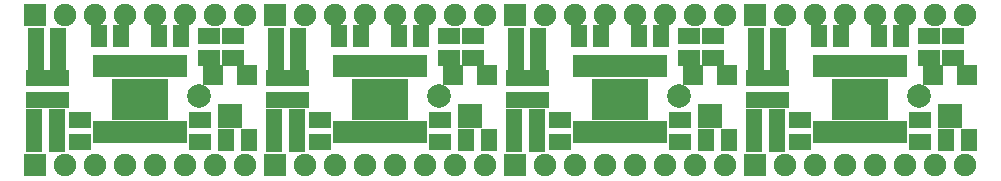
<source format=gts>
G75*
G70*
%OFA0B0*%
%FSLAX25Y25*%
%IPPOS*%
%LPD*%
%AMOC8*
5,1,8,0,0,1.08239X$1,22.5*
%
%ADD14C,0.00600*%
%ADD15R,0.08300X0.07910*%
%ADD17R,0.06720X0.06720*%
%ADD18R,0.07500X0.07500*%
%ADD22C,0.07500*%
%ADD23C,0.07910*%
%ADD27R,0.03650X0.07790*%
%ADD32R,0.07500X0.05500*%
%ADD33R,0.05500X0.07500*%
%ADD36R,0.07710X0.07910*%
X0010000Y0010000D02*
G01*
D14*
D15*
X0080000Y0031500D03*
D17*
X0085710Y0045280D03*
X0074290Y0045280D03*
D32*
X0070000Y0030250D03*
X0070000Y0022750D03*
D33*
X0043750Y0058000D03*
X0036250Y0058000D03*
X0056250Y0058000D03*
X0063750Y0058000D03*
X0014750Y0023000D03*
X0022250Y0023000D03*
D32*
X0015500Y0044250D03*
X0015500Y0036750D03*
D33*
X0086250Y0023500D03*
X0078750Y0023500D03*
D32*
X0081000Y0058250D03*
X0081000Y0050750D03*
X0022500Y0036750D03*
X0022500Y0044250D03*
D33*
X0015250Y0050500D03*
X0022750Y0050500D03*
D32*
X0030000Y0030250D03*
X0030000Y0022750D03*
X0073000Y0058250D03*
X0073000Y0050750D03*
D33*
X0015250Y0057000D03*
X0022750Y0057000D03*
X0022250Y0030000D03*
X0014750Y0030000D03*
D18*
X0015000Y0065000D03*
D22*
X0025000Y0065000D03*
X0035000Y0065000D03*
X0045000Y0065000D03*
X0055000Y0065000D03*
X0065000Y0065000D03*
X0075000Y0065000D03*
X0085000Y0065000D03*
D18*
X0015000Y0015000D03*
D22*
X0025000Y0015000D03*
X0035000Y0015000D03*
X0045000Y0015000D03*
X0055000Y0015000D03*
X0065000Y0015000D03*
X0075000Y0015000D03*
X0085000Y0015000D03*
D36*
X0055710Y0034040D03*
X0050000Y0034040D03*
X0044290Y0034040D03*
X0044290Y0039950D03*
D27*
X0048720Y0025980D03*
X0051280Y0025980D03*
X0053840Y0025980D03*
X0056400Y0025980D03*
X0041080Y0048000D03*
X0041040Y0025980D03*
X0043600Y0025980D03*
X0046160Y0025980D03*
X0058960Y0048020D03*
X0056400Y0048020D03*
X0053840Y0048020D03*
X0051280Y0048020D03*
X0048720Y0048020D03*
X0046160Y0048020D03*
X0058960Y0025980D03*
X0043600Y0048000D03*
X0038480Y0025980D03*
X0061520Y0025980D03*
X0061520Y0048020D03*
X0038480Y0048020D03*
X0035930Y0025980D03*
X0064070Y0025980D03*
X0064070Y0048020D03*
X0035930Y0048020D03*
D36*
X0050000Y0039950D03*
X0055710Y0039950D03*
D23*
X0069750Y0038000D03*
X0090000Y0010000D02*
G01*
D14*
D15*
X0160000Y0031500D03*
D17*
X0165710Y0045280D03*
X0154290Y0045280D03*
D32*
X0150000Y0030250D03*
X0150000Y0022750D03*
D33*
X0123750Y0058000D03*
X0116250Y0058000D03*
X0136250Y0058000D03*
X0143750Y0058000D03*
X0094750Y0023000D03*
X0102250Y0023000D03*
D32*
X0095500Y0044250D03*
X0095500Y0036750D03*
D33*
X0166250Y0023500D03*
X0158750Y0023500D03*
D32*
X0161000Y0058250D03*
X0161000Y0050750D03*
X0102500Y0036750D03*
X0102500Y0044250D03*
D33*
X0095250Y0050500D03*
X0102750Y0050500D03*
D32*
X0110000Y0030250D03*
X0110000Y0022750D03*
X0153000Y0058250D03*
X0153000Y0050750D03*
D33*
X0095250Y0057000D03*
X0102750Y0057000D03*
X0102250Y0030000D03*
X0094750Y0030000D03*
D18*
X0095000Y0065000D03*
D22*
X0105000Y0065000D03*
X0115000Y0065000D03*
X0125000Y0065000D03*
X0135000Y0065000D03*
X0145000Y0065000D03*
X0155000Y0065000D03*
X0165000Y0065000D03*
D18*
X0095000Y0015000D03*
D22*
X0105000Y0015000D03*
X0115000Y0015000D03*
X0125000Y0015000D03*
X0135000Y0015000D03*
X0145000Y0015000D03*
X0155000Y0015000D03*
X0165000Y0015000D03*
D36*
X0135710Y0034040D03*
X0130000Y0034040D03*
X0124290Y0034040D03*
X0124290Y0039950D03*
D27*
X0128720Y0025980D03*
X0131280Y0025980D03*
X0133840Y0025980D03*
X0136400Y0025980D03*
X0121080Y0048000D03*
X0121040Y0025980D03*
X0123600Y0025980D03*
X0126160Y0025980D03*
X0138960Y0048020D03*
X0136400Y0048020D03*
X0133840Y0048020D03*
X0131280Y0048020D03*
X0128720Y0048020D03*
X0126160Y0048020D03*
X0138960Y0025980D03*
X0123600Y0048000D03*
X0118480Y0025980D03*
X0141520Y0025980D03*
X0141520Y0048020D03*
X0118480Y0048020D03*
X0115930Y0025980D03*
X0144070Y0025980D03*
X0144070Y0048020D03*
X0115930Y0048020D03*
D36*
X0130000Y0039950D03*
X0135710Y0039950D03*
D23*
X0149750Y0038000D03*
X0170000Y0010000D02*
G01*
D14*
D15*
X0240000Y0031500D03*
D17*
X0245710Y0045280D03*
X0234290Y0045280D03*
D32*
X0230000Y0030250D03*
X0230000Y0022750D03*
D33*
X0203750Y0058000D03*
X0196250Y0058000D03*
X0216250Y0058000D03*
X0223750Y0058000D03*
X0174750Y0023000D03*
X0182250Y0023000D03*
D32*
X0175500Y0044250D03*
X0175500Y0036750D03*
D33*
X0246250Y0023500D03*
X0238750Y0023500D03*
D32*
X0241000Y0058250D03*
X0241000Y0050750D03*
X0182500Y0036750D03*
X0182500Y0044250D03*
D33*
X0175250Y0050500D03*
X0182750Y0050500D03*
D32*
X0190000Y0030250D03*
X0190000Y0022750D03*
X0233000Y0058250D03*
X0233000Y0050750D03*
D33*
X0175250Y0057000D03*
X0182750Y0057000D03*
X0182250Y0030000D03*
X0174750Y0030000D03*
D18*
X0175000Y0065000D03*
D22*
X0185000Y0065000D03*
X0195000Y0065000D03*
X0205000Y0065000D03*
X0215000Y0065000D03*
X0225000Y0065000D03*
X0235000Y0065000D03*
X0245000Y0065000D03*
D18*
X0175000Y0015000D03*
D22*
X0185000Y0015000D03*
X0195000Y0015000D03*
X0205000Y0015000D03*
X0215000Y0015000D03*
X0225000Y0015000D03*
X0235000Y0015000D03*
X0245000Y0015000D03*
D36*
X0215710Y0034040D03*
X0210000Y0034040D03*
X0204290Y0034040D03*
X0204290Y0039950D03*
D27*
X0208720Y0025980D03*
X0211280Y0025980D03*
X0213840Y0025980D03*
X0216400Y0025980D03*
X0201080Y0048000D03*
X0201040Y0025980D03*
X0203600Y0025980D03*
X0206160Y0025980D03*
X0218960Y0048020D03*
X0216400Y0048020D03*
X0213840Y0048020D03*
X0211280Y0048020D03*
X0208720Y0048020D03*
X0206160Y0048020D03*
X0218960Y0025980D03*
X0203600Y0048000D03*
X0198480Y0025980D03*
X0221520Y0025980D03*
X0221520Y0048020D03*
X0198480Y0048020D03*
X0195930Y0025980D03*
X0224070Y0025980D03*
X0224070Y0048020D03*
X0195930Y0048020D03*
D36*
X0210000Y0039950D03*
X0215710Y0039950D03*
D23*
X0229750Y0038000D03*
X0250000Y0010000D02*
G01*
D14*
D15*
X0320000Y0031500D03*
D17*
X0325710Y0045280D03*
X0314290Y0045280D03*
D32*
X0310000Y0030250D03*
X0310000Y0022750D03*
D33*
X0283750Y0058000D03*
X0276250Y0058000D03*
X0296250Y0058000D03*
X0303750Y0058000D03*
X0254750Y0023000D03*
X0262250Y0023000D03*
D32*
X0255500Y0044250D03*
X0255500Y0036750D03*
D33*
X0326250Y0023500D03*
X0318750Y0023500D03*
D32*
X0321000Y0058250D03*
X0321000Y0050750D03*
X0262500Y0036750D03*
X0262500Y0044250D03*
D33*
X0255250Y0050500D03*
X0262750Y0050500D03*
D32*
X0270000Y0030250D03*
X0270000Y0022750D03*
X0313000Y0058250D03*
X0313000Y0050750D03*
D33*
X0255250Y0057000D03*
X0262750Y0057000D03*
X0262250Y0030000D03*
X0254750Y0030000D03*
D18*
X0255000Y0065000D03*
D22*
X0265000Y0065000D03*
X0275000Y0065000D03*
X0285000Y0065000D03*
X0295000Y0065000D03*
X0305000Y0065000D03*
X0315000Y0065000D03*
X0325000Y0065000D03*
D18*
X0255000Y0015000D03*
D22*
X0265000Y0015000D03*
X0275000Y0015000D03*
X0285000Y0015000D03*
X0295000Y0015000D03*
X0305000Y0015000D03*
X0315000Y0015000D03*
X0325000Y0015000D03*
D36*
X0295710Y0034040D03*
X0290000Y0034040D03*
X0284290Y0034040D03*
X0284290Y0039950D03*
D27*
X0288720Y0025980D03*
X0291280Y0025980D03*
X0293840Y0025980D03*
X0296400Y0025980D03*
X0281080Y0048000D03*
X0281040Y0025980D03*
X0283600Y0025980D03*
X0286160Y0025980D03*
X0298960Y0048020D03*
X0296400Y0048020D03*
X0293840Y0048020D03*
X0291280Y0048020D03*
X0288720Y0048020D03*
X0286160Y0048020D03*
X0298960Y0025980D03*
X0283600Y0048000D03*
X0278480Y0025980D03*
X0301520Y0025980D03*
X0301520Y0048020D03*
X0278480Y0048020D03*
X0275930Y0025980D03*
X0304070Y0025980D03*
X0304070Y0048020D03*
X0275930Y0048020D03*
D36*
X0290000Y0039950D03*
X0295710Y0039950D03*
D23*
X0309750Y0038000D03*
M02*

</source>
